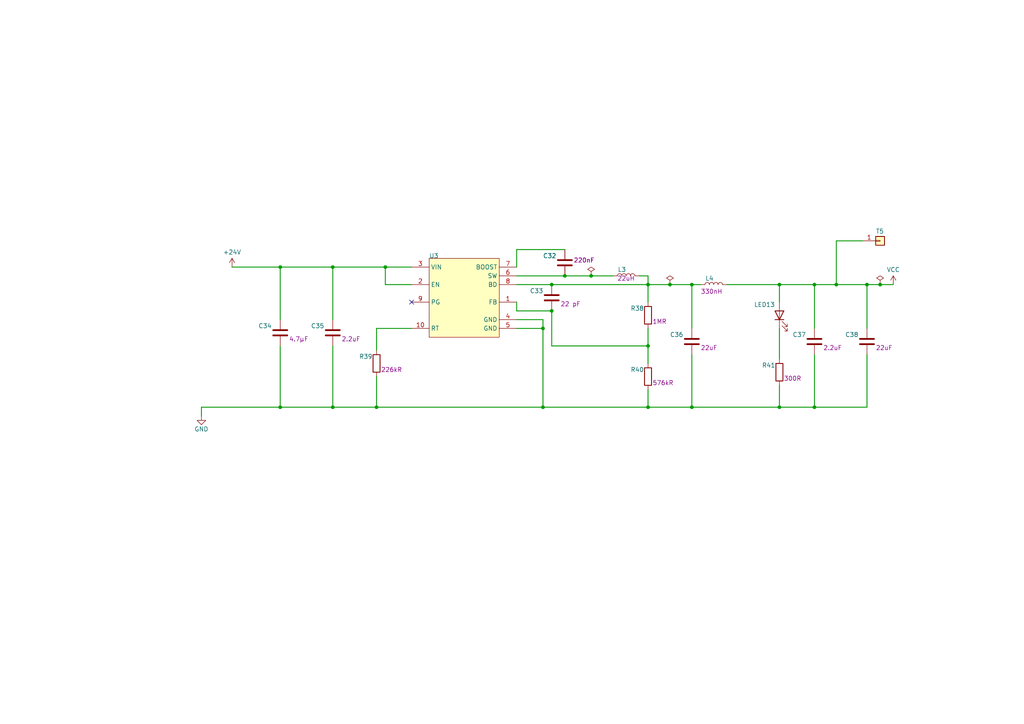
<source format=kicad_sch>
(kicad_sch (version 20231120) (generator "eeschema") (generator_version "8.0")
  (paper "A4")
  (title_block (title "Power 3V3") (rev "1"))
  (lib_symbols
    (symbol "Connector_Generic:Conn_01x01" (pin_names (offset 1.016) hide)
      (property "Reference" "J" (at 0 2.54 0))
      (property "Value" "Conn_01x01" (at 0 -2.54 0))
      (symbol "Conn_01x01_1_1"
        (rectangle (start -1.27 0.127) (end 0 -0.127) (stroke (width 0.1524)))
        (rectangle (start -1.27 1.27) (end 1.27 -1.27) (stroke (width 0.254)) (fill (type background)))
        (pin passive line (at -5.08 0 0) (length 3.81) (name "Pin_1") (number "1"))
      )
    )
    (symbol "Device:C" (pin_numbers hide) (pin_names (offset 0.254))
      (property "Reference" "C" (at 0.635 2.54 0))
      (property "Value" "C" (at 0.635 -2.54 0))
      (symbol "C_0_1"
        (polyline (pts (xy -2.032 -0.762) (xy 2.032 -0.762)) (stroke (width 0.508)))
        (polyline (pts (xy -2.032 0.762) (xy 2.032 0.762)) (stroke (width 0.508)))
      )
      (symbol "C_1_1"
        (pin passive line (at 0 3.81 270) (length 2.794) (name "~") (number "1"))
        (pin passive line (at 0 -3.81 90) (length 2.794) (name "~") (number "2"))
      )
    )
    (symbol "Device:L" (pin_numbers hide) (pin_names (offset 1.016) hide)
      (property "Reference" "L" (at -1.27 0 90))
      (property "Value" "L" (at 1.905 0 90))
      (symbol "L_0_1"
        (arc (start 0 -2.54) (mid 0.6323 -1.905) (end 0 -1.27))
        (arc (start 0 -1.27) (mid 0.6323 -0.635) (end 0 0))
        (arc (start 0 0) (mid 0.6323 0.635) (end 0 1.27))
        (arc (start 0 1.27) (mid 0.6323 1.905) (end 0 2.54))
      )
      (symbol "L_1_1"
        (pin passive line (at 0 3.81 270) (length 1.27) (name "1") (number "1"))
        (pin passive line (at 0 -3.81 90) (length 1.27) (name "2") (number "2"))
      )
    )
    (symbol "Device:LED" (pin_numbers hide) (pin_names (offset 1.016) hide)
      (property "Reference" "D" (at 0 2.54 0))
      (property "Value" "LED" (at 0 -2.54 0))
      (symbol "LED_0_1"
        (polyline (pts (xy -1.27 -1.27) (xy -1.27 1.27)) (stroke (width 0.254)))
        (polyline (pts (xy -1.27 0) (xy 1.27 0)))
        (polyline (pts (xy 1.27 -1.27) (xy 1.27 1.27) (xy -1.27 0) (xy 1.27 -1.27)) (stroke (width 0.254)))
        (polyline (pts (xy -3.048 -0.762) (xy -4.572 -2.286) (xy -3.81 -2.286) (xy -4.572 -2.286) (xy -4.572 -1.524)))
        (polyline (pts (xy -1.778 -0.762) (xy -3.302 -2.286) (xy -2.54 -2.286) (xy -3.302 -2.286) (xy -3.302 -1.524)))
      )
      (symbol "LED_1_1"
        (pin passive line (at -3.81 0 0) (length 2.54) (name "K") (number "1"))
        (pin passive line (at 3.81 0 180) (length 2.54) (name "A") (number "2"))
      )
    )
    (symbol "Device:R" (pin_numbers hide) (pin_names (offset 0))
      (property "Reference" "R" (at 2.032 0 90))
      (property "Value" "R" (at 0 0 90))
      (symbol "R_0_1"
        (rectangle (start -1.016 -2.54) (end 1.016 2.54) (stroke (width 0.254)))
      )
      (symbol "R_1_1"
        (pin passive line (at 0 3.81 270) (length 1.27) (name "~") (number "1"))
        (pin passive line (at 0 -3.81 90) (length 1.27) (name "~") (number "2"))
      )
    )
    (symbol "Untitled-altium-import:root_0_LT-LT3970_B-MS-10"
      (symbol "root_0_LT-LT3970_B-MS-10_1_0"
        (rectangle (start 20.32 0) (end 0 -22.86) (fill (type background)))
        (pin input line (at 25.4 -12.7 180) (length 5.08) (name "FB") (number "1"))
        (pin passive line (at -5.08 -20.32 0) (length 5.08) (name "RT") (number "10"))
        (pin input line (at -5.08 -7.62 0) (length 5.08) (name "EN") (number "2"))
        (pin power_in line (at -5.08 -2.54 0) (length 5.08) (name "VIN") (number "3"))
        (pin power_in line (at 25.4 -17.78 180) (length 5.08) (name "GND") (number "4"))
        (pin power_in line (at 25.4 -20.32 180) (length 5.08) (name "GND") (number "5"))
        (pin power_in line (at 25.4 -5.08 180) (length 5.08) (name "SW") (number "6"))
        (pin passive line (at 25.4 -2.54 180) (length 5.08) (name "BOOST") (number "7"))
        (pin power_in line (at 25.4 -7.62 180) (length 5.08) (name "BD") (number "8"))
        (pin open_collector line (at -5.08 -12.7 0) (length 5.08) (name "PG") (number "9"))
      )
    )
    (symbol "VCC_2" (power) (pin_numbers hide) (pin_names (offset 0) hide)
      (property "Value" "VCC" (at 0 3.556 0))
      (symbol "VCC_2_0_1"
        (polyline (pts (xy -0.762 1.27) (xy 0 2.54)))
        (polyline (pts (xy 0 0) (xy 0 2.54)))
        (polyline (pts (xy 0 2.54) (xy 0.762 1.27)))
      )
      (symbol "VCC_2_1_1"
        (pin power_in line (at 0 0 90) (length 0) (name "~") (number "1"))
      )
    )
    (symbol "power:+24V" (power) (pin_numbers hide) (pin_names (offset 0) hide)
      (property "Value" "+24V" (at 0 3.556 0))
      (symbol "+24V_0_1"
        (polyline (pts (xy -0.762 1.27) (xy 0 2.54)))
        (polyline (pts (xy 0 0) (xy 0 2.54)))
        (polyline (pts (xy 0 2.54) (xy 0.762 1.27)))
      )
      (symbol "+24V_1_1"
        (pin power_in line (at 0 0 90) (length 0) (name "~") (number "1"))
      )
    )
    (symbol "power:GND" (power) (pin_numbers hide) (pin_names (offset 0) hide)
      (property "Value" "GND" (at 0 -3.81 0))
      (symbol "GND_0_1"
        (polyline (pts (xy 0 0) (xy 0 -1.27) (xy 1.27 -1.27) (xy 0 -2.54) (xy -1.27 -1.27) (xy 0 -1.27)))
      )
      (symbol "GND_1_1"
        (pin power_in line (at 0 0 270) (length 0) (name "~") (number "1"))
      )
    )
    (symbol "power:PWR_FLAG" (power) (pin_numbers hide) (pin_names (offset 0) hide)
      (property "Value" "PWR_FLAG" (at 0 3.81 0))
      (symbol "PWR_FLAG_0_0"
        (pin power_out line (at 0 0 90) (length 0) (name "~") (number "1"))
      )
      (symbol "PWR_FLAG_0_1"
        (polyline (pts (xy 0 0) (xy 0 1.27) (xy -1.016 1.905) (xy 0 2.54) (xy 1.016 1.905) (xy 0 1.27)))
      )
    )
  )
  (junction (at 111.76 77.47))
  (junction (at 157.48 118.11))
  (junction (at 187.96 100.33))
  (junction (at 226.06 118.11))
  (junction (at 160.02 82.55))
  (junction (at 226.06 82.55))
  (junction (at 157.48 95.25))
  (junction (at 96.52 77.47))
  (junction (at 187.96 118.11))
  (junction (at 81.28 77.47))
  (junction (at 255.27 82.55))
  (junction (at 187.96 82.55))
  (junction (at 200.66 82.55))
  (junction (at 236.22 82.55))
  (junction (at 236.22 118.11))
  (junction (at 81.28 118.11))
  (junction (at 160.02 90.17))
  (junction (at 194.31 82.55))
  (junction (at 171.45 80.01))
  (junction (at 251.46 82.55))
  (junction (at 242.57 82.55))
  (junction (at 200.66 118.11))
  (junction (at 163.83 80.01))
  (junction (at 96.52 118.11))
  (junction (at 109.22 118.11))
  (no_connect (at 119.38 87.63))
  (wire (pts (xy 171.45 80.01) (xy 177.8 80.01)) (stroke (width 0.254)))
  (wire (pts (xy 96.52 77.47) (xy 111.76 77.47)) (stroke (width 0.254)))
  (wire (pts (xy 226.06 82.55) (xy 236.22 82.55)) (stroke (width 0.254)))
  (wire (pts (xy 251.46 118.11) (xy 236.22 118.11)) (stroke (width 0.254)))
  (wire (pts (xy 119.38 95.25) (xy 109.22 95.25)) (stroke (width 0.254)))
  (wire (pts (xy 226.06 95.25) (xy 226.06 104.14)) (stroke (width 0.254)))
  (wire (pts (xy 149.86 72.39) (xy 149.86 77.47)) (stroke (width 0.254)))
  (wire (pts (xy 251.46 102.87) (xy 251.46 118.11)) (stroke (width 0.254)))
  (wire (pts (xy 96.52 118.11) (xy 96.52 100.33)) (stroke (width 0.254)))
  (wire (pts (xy 157.48 118.11) (xy 157.48 95.25)) (stroke (width 0.254)))
  (wire (pts (xy 200.66 82.55) (xy 200.66 95.25)) (stroke (width 0.254)))
  (wire (pts (xy 109.22 95.25) (xy 109.22 101.6)) (stroke (width 0.254)))
  (wire (pts (xy 187.96 80.01) (xy 185.42 80.01)) (stroke (width 0.254)))
  (wire (pts (xy 236.22 102.87) (xy 236.22 118.11)) (stroke (width 0.254)))
  (wire (pts (xy 226.06 118.11) (xy 236.22 118.11)) (stroke (width 0.254)))
  (wire (pts (xy 194.31 82.55) (xy 200.66 82.55)) (stroke (width 0.254)))
  (wire (pts (xy 160.02 82.55) (xy 187.96 82.55)) (stroke (width 0.254)))
  (wire (pts (xy 200.66 82.55) (xy 203.2 82.55)) (stroke (width 0.254)))
  (wire (pts (xy 242.57 69.85) (xy 242.57 82.55)) (stroke (width 0.254)))
  (wire (pts (xy 157.48 95.25) (xy 149.86 95.25)) (stroke (width 0.254)))
  (wire (pts (xy 236.22 82.55) (xy 236.22 95.25)) (stroke (width 0.254)))
  (wire (pts (xy 210.82 82.55) (xy 226.06 82.55)) (stroke (width 0.254)))
  (wire (pts (xy 111.76 77.47) (xy 119.38 77.47)) (stroke (width 0.254)))
  (wire (pts (xy 119.38 82.55) (xy 111.76 82.55)) (stroke (width 0.254)))
  (wire (pts (xy 58.42 120.65) (xy 58.42 118.11)) (stroke (width 0.254)))
  (wire (pts (xy 149.86 72.39) (xy 163.83 72.39)) (stroke (width 0.254)))
  (wire (pts (xy 157.48 118.11) (xy 187.96 118.11)) (stroke (width 0.254)))
  (wire (pts (xy 226.06 111.76) (xy 226.06 118.11)) (stroke (width 0.254)))
  (wire (pts (xy 187.96 118.11) (xy 187.96 113.03)) (stroke (width 0.254)))
  (wire (pts (xy 250.19 69.85) (xy 242.57 69.85)) (stroke (width 0.254)))
  (wire (pts (xy 255.27 82.55) (xy 251.46 82.55)) (stroke (width 0.254)))
  (wire (pts (xy 200.66 102.87) (xy 200.66 118.11)) (stroke (width 0.254)))
  (wire (pts (xy 187.96 82.55) (xy 187.96 87.63)) (stroke (width 0.254)))
  (wire (pts (xy 259.08 82.55) (xy 255.27 82.55)) (stroke (width 0.254)))
  (wire (pts (xy 149.86 90.17) (xy 160.02 90.17)) (stroke (width 0.254)))
  (wire (pts (xy 96.52 92.71) (xy 96.52 77.47)) (stroke (width 0.254)))
  (wire (pts (xy 187.96 82.55) (xy 187.96 80.01)) (stroke (width 0.254)))
  (wire (pts (xy 242.57 82.55) (xy 251.46 82.55)) (stroke (width 0.254)))
  (wire (pts (xy 96.52 118.11) (xy 109.22 118.11)) (stroke (width 0.254)))
  (wire (pts (xy 81.28 100.33) (xy 81.28 118.11)) (stroke (width 0.254)))
  (wire (pts (xy 187.96 95.25) (xy 187.96 100.33)) (stroke (width 0.254)))
  (wire (pts (xy 200.66 118.11) (xy 187.96 118.11)) (stroke (width 0.254)))
  (wire (pts (xy 81.28 77.47) (xy 67.31 77.47)) (stroke (width 0.254)))
  (wire (pts (xy 149.86 80.01) (xy 163.83 80.01)) (stroke (width 0.254)))
  (wire (pts (xy 200.66 118.11) (xy 226.06 118.11)) (stroke (width 0.254)))
  (wire (pts (xy 236.22 82.55) (xy 242.57 82.55)) (stroke (width 0.254)))
  (wire (pts (xy 187.96 82.55) (xy 194.31 82.55)) (stroke (width 0.254)))
  (wire (pts (xy 160.02 90.17) (xy 160.02 100.33)) (stroke (width 0.254)))
  (wire (pts (xy 251.46 82.55) (xy 251.46 95.25)) (stroke (width 0.254)))
  (wire (pts (xy 58.42 118.11) (xy 81.28 118.11)) (stroke (width 0.254)))
  (wire (pts (xy 187.96 100.33) (xy 187.96 105.41)) (stroke (width 0.254)))
  (wire (pts (xy 81.28 92.71) (xy 81.28 77.47)) (stroke (width 0.254)))
  (wire (pts (xy 109.22 118.11) (xy 157.48 118.11)) (stroke (width 0.254)))
  (wire (pts (xy 109.22 118.11) (xy 109.22 109.22)) (stroke (width 0.254)))
  (wire (pts (xy 149.86 92.71) (xy 157.48 92.71)) (stroke (width 0.254)))
  (wire (pts (xy 226.06 87.63) (xy 226.06 82.55)) (stroke (width 0.254)))
  (wire (pts (xy 163.83 80.01) (xy 171.45 80.01)) (stroke (width 0.254)))
  (wire (pts (xy 160.02 100.33) (xy 187.96 100.33)) (stroke (width 0.254)))
  (wire (pts (xy 149.86 82.55) (xy 160.02 82.55)) (stroke (width 0.254)))
  (wire (pts (xy 81.28 77.47) (xy 96.52 77.47)) (stroke (width 0.254)))
  (wire (pts (xy 149.86 90.17) (xy 149.86 87.63)) (stroke (width 0.254)))
  (wire (pts (xy 157.48 92.71) (xy 157.48 95.25)) (stroke (width 0.254)))
  (wire (pts (xy 81.28 118.11) (xy 96.52 118.11)) (stroke (width 0.254)))
  (wire (pts (xy 111.76 82.55) (xy 111.76 77.47)) (stroke (width 0.254)))
  (symbol (lib_id "Device:L") (at 207.01 82.55 90) (unit 1)
    (property "Reference" "L4" (at 207.01 80.01 90) (effects (justify left bottom)))
    (property "Value" "330nH" (effects (hide yes)))
    (property "Footprint" "Inductor_SMD:L_0805_2012Metric_Pad1.15x1.40mm_HandSolder" (effects (hide yes)))
    (property "Description" "BDCC00201208R33MWA" (effects (hide yes)))
    (property "SHIELDING" "Shielded" (effects (hide yes)))
    (property "TEST FREQUENCY" "2MHz" (effects (hide yes)))
    (property "MIN OPERATING TEMPERATURE" "-40°C" (effects (hide yes)))
    (property "TOLERANCE" "20%" (effects (hide yes)))
    (property "DC RESISTANCE (DCR)" "24mR" (effects (hide yes)))
    (property "MAX OPERATING TEMPERATURE" "125°C" (effects (hide yes)))
    (property "TERMINATION" "One Surface" (effects (hide yes)))
    (property "CORE MATERIAL" "Ferrite" (effects (hide yes)))
    (property "CHANNELS" "1" (effects (hide yes)))
    (property "INDUCTANCE-NOM (L)" "0.33uH" (effects (hide yes)))
    (property "INDUCTOR APPLICATION" "RF INDUCTOR" (effects (hide yes)))
    (property "INDUCTOR TYPE" "GENERAL PURPOSE INDUCTOR" (effects (hide yes)))
    (property "MAX CURRENT RATING" "4A" (effects (hide yes)))
    (property "PINS" "2" (effects (hide yes)))
    (property "REACH SVHC COMPLIANT" "Yes" (effects (hide yes)))
    (property "ROHS COMPLIANT" "Yes" (effects (hide yes)))
    (property "SHAPE/SIZE DESCRIPTION" "RECTANGULAR PACKAGE" (effects (hide yes)))
    (property "SURFACE MOUNT" "Yes" (effects (hide yes)))
    (property "TERMINAL PLACEMENT" "Dual Ended" (effects (hide yes)))
    (property "ALTIUM_VALUE" "330nH" (at 209.55 83.82 90) (effects (justify left bottom)))
  )
  (symbol (lib_id "power:GND") (at 58.42 120.65 0) (unit 1)
    (property "Reference" "#PWR0326" (effects (hide yes)))
    (property "Value" "GND" (at 58.42 124.46 0))
    (property "Description" "Power symbol creates a global label with name \"GND\" , ground" (effects (hide yes)))
  )
  (symbol (lib_id "power:PWR_FLAG") (at 171.45 80.01 0) (unit 1)
    (property "Reference" "#FLG011" (effects (hide yes)))
    (property "Value" "PWR_FLAG" (effects (hide yes)))
    (property "Description" "Special symbol for telling ERC where power comes from" (effects (hide yes)))
  )
  (symbol (lib_id "Device:C") (at 96.52 96.52 0) (unit 1)
    (property "Reference" "C35" (at 90.17 95.25 0) (effects (justify left bottom)))
    (property "Value" "2.2uF" (effects (hide yes)))
    (property "Footprint" "Capacitor_SMD:C_0805_2012Metric_Pad1.18x1.45mm_HandSolder" (effects (hide yes)))
    (property "Description" "GCJ21BR71E225KA01L" (effects (hide yes)))
    (property "ALTIUM_VALUE" "2.2uF" (at 99.06 99.06 0) (effects (justify left bottom)))
  )
  (symbol (lib_name "VCC_2") (lib_id "power:VCC") (at 259.08 82.55 0) (unit 1)
    (property "Reference" "#PWR049" (effects (hide yes)))
    (property "Value" "VCC" (at 259.08 78.232 0))
    (property "Description" "Power symbol creates a global label with name \"VCC\"" (effects (hide yes)))
  )
  (symbol (lib_id "power:PWR_FLAG") (at 255.27 82.55 0) (unit 1)
    (property "Reference" "#FLG01" (effects (hide yes)))
    (property "Value" "PWR_FLAG" (effects (hide yes)))
    (property "Description" "Special symbol for telling ERC where power comes from" (effects (hide yes)))
  )
  (symbol (lib_id "Device:R") (at 187.96 91.44 0) (unit 1)
    (property "Reference" "R38" (at 182.88 90.17 0) (effects (justify left bottom)))
    (property "Value" "1MR" (effects (hide yes)))
    (property "Footprint" "Resistor_SMD:R_0805_2012Metric_Pad1.20x1.40mm_HandSolder" (effects (hide yes)))
    (property "Description" "TNPW08051M00BEEN" (effects (hide yes)))
    (property "TEMPERATURE COEFFICIENT" "25ppm/°C" (effects (hide yes)))
    (property "MAX OPERATING TEMPERATURE" "125°C" (effects (hide yes)))
    (property "PACKAGING" "Tape and Reel" (effects (hide yes)))
    (property "TERMINATION" "Wraparound" (effects (hide yes)))
    (property "TOLERANCE" "0.1%" (effects (hide yes)))
    (property "CASE/PACKAGE" "0805" (effects (hide yes)))
    (property "MIN OPERATING TEMPERATURE" "-55°C" (effects (hide yes)))
    (property "JESD-609 CODE" "e3" (effects (hide yes)))
    (property "MANUFACTURER SERIES" "TNPW" (effects (hide yes)))
    (property "MOUNTING TECHNOLOGY" "Surface Mount" (effects (hide yes)))
    (property "PACKAGE SHAPE" "Rectangular" (effects (hide yes)))
    (property "PINS" "2" (effects (hide yes)))
    (property "POWER" "125mW" (effects (hide yes)))
    (property "RATED TEMPERATURE" "70°C" (effects (hide yes)))
    (property "REACH SVHC COMPLIANT" "Yes" (effects (hide yes)))
    (property "RESISTOR TYPE" "FIXED RESISTOR" (effects (hide yes)))
    (property "ROHS COMPLIANT" "Yes" (effects (hide yes)))
    (property "TECHNOLOGY" "THIN FILM" (effects (hide yes)))
    (property "TERMINAL FINISH" "Tin" (effects (hide yes)))
    (property "ALTIUM_VALUE" "1MR" (at 189.23 93.98 0) (effects (justify left bottom)))
    (property "WORKING VOLTAGE" "150V" (effects (hide yes)))
  )
  (symbol (lib_id "Device:C") (at 251.46 99.06 0) (unit 1)
    (property "Reference" "C38" (at 245.11 97.79 0) (effects (justify left bottom)))
    (property "Value" "22 uF" (effects (hide yes)))
    (property "Footprint" "Capacitor_SMD:C_0805_2012Metric_Pad1.18x1.45mm_HandSolder" (effects (hide yes)))
    (property "Description" "GRM21BR61E226ME44L" (effects (hide yes)))
    (property "CASE/PACKAGE" "0805" (effects (hide yes)))
    (property "DEPTH" "1.25mm" (effects (hide yes)))
    (property "RESISTOR TYPE" "Ceramic" (effects (hide yes)))
    (property "VOLTAGE RATING" "25V" (effects (hide yes)))
    (property "LEAD FREE" "Lead Free" (effects (hide yes)))
    (property "VOLTAGE RATING (DC)" "25V" (effects (hide yes)))
    (property "CASE CODE (METRIC)" "2012" (effects (hide yes)))
    (property "THICKNESS" "0.057inch" (effects (hide yes)))
    (property "REACH SVHC" "No SVHC" (effects (hide yes)))
    (property "MATERIAL" "Ceramic" (effects (hide yes)))
    (property "TOLERANCE" "20%" (effects (hide yes)))
    (property "LENGTH" "2mm" (effects (hide yes)))
    (property "CAPACITANCE" "22uF" (at 254 101.6 0) (effects (justify left bottom)))
    (property "CASE CODE (IMPERIAL)" "0805" (effects (hide yes)))
    (property "MAX OPERATING TEMPERATURE" "85°C" (effects (hide yes)))
    (property "TERMINATION" "SMD/SMT" (effects (hide yes)))
    (property "WEIGHT" "0.000335oz" (effects (hide yes)))
    (property "DIELECTRIC" "X5R" (effects (hide yes)))
    (property "PACKAGING" "Tape and Reel" (effects (hide yes)))
    (property "VOLTAGE" "25V" (effects (hide yes)))
    (property "PACKAGE QUANTITY" "3000" (effects (hide yes)))
    (property "HEIGHT" "1.25mm" (effects (hide yes)))
    (property "MOUNT" "Surface Mount" (effects (hide yes)))
    (property "WIDTH" "1.25mm" (effects (hide yes)))
    (property "MIN OPERATING TEMPERATURE" "-55°C" (effects (hide yes)))
    (property "ALTIUM_VALUE" "22 uF" (effects (hide yes)))
  )
  (symbol (lib_id "Device:R") (at 109.22 105.41 0) (unit 1)
    (property "Reference" "R39" (at 104.14 104.14 0) (effects (justify left bottom)))
    (property "Value" "226kR" (effects (hide yes)))
    (property "Footprint" "Resistor_SMD:R_0805_2012Metric_Pad1.20x1.40mm_HandSolder" (effects (hide yes)))
    (property "Description" "RT0805BRD07226KL" (effects (hide yes)))
    (property "PACKAGING" "Tape and Reel" (effects (hide yes)))
    (property "TEMPERATURE COEFFICIENT" "25ppm/°C" (effects (hide yes)))
    (property "CASE/PACKAGE" "0805" (effects (hide yes)))
    (property "MIN OPERATING TEMPERATURE" "-55°C" (effects (hide yes)))
    (property "TERMINATION" "Wraparound" (effects (hide yes)))
    (property "TOLERANCE" "0.1%" (effects (hide yes)))
    (property "MAX OPERATING TEMPERATURE" "155°C" (effects (hide yes)))
    (property "ADDITIONAL FEATURE" "HIGH PRECISION" (effects (hide yes)))
    (property "CONSTRUCTION" "Chip" (effects (hide yes)))
    (property "MOUNTING TECHNOLOGY" "Surface Mount" (effects (hide yes)))
    (property "PACKAGE HEIGHT" "0.5mm" (effects (hide yes)))
    (property "PACKAGE LENGTH" "2mm" (effects (hide yes)))
    (property "PACKAGE STYLE" "SMTMeter" (effects (hide yes)))
    (property "PACKAGE WIDTH" "1.25mm" (effects (hide yes)))
    (property "PINS" "2" (effects (hide yes)))
    (property "POWER" "125mW" (effects (hide yes)))
    (property "RATED TEMPERATURE" "70°C" (effects (hide yes)))
    (property "REACH SVHC COMPLIANT" "Yes" (effects (hide yes)))
    (property "RESISTOR TYPE" "FIXED RESISTOR" (effects (hide yes)))
    (property "ROHS COMPLIANT" "Yes" (effects (hide yes)))
    (property "TECHNOLOGY" "THIN FILM" (effects (hide yes)))
    (property "ALTIUM_VALUE" "226kR" (at 110.49 107.95 0) (effects (justify left bottom)))
    (property "WORKING VOLTAGE" "150V" (effects (hide yes)))
  )
  (symbol (lib_id "Device:R") (at 226.06 107.95 0) (unit 1)
    (property "Reference" "R41" (at 220.98 106.68 0) (effects (justify left bottom)))
    (property "Value" "300R" (effects (hide yes)))
    (property "Footprint" "Resistor_SMD:R_0805_2012Metric_Pad1.20x1.40mm_HandSolder" (effects (hide yes)))
    (property "Description" "ESR10EZPJ301" (effects (hide yes)))
    (property "TEMPERATURE COEFFICIENT" "200ppm/°C" (effects (hide yes)))
    (property "MAX POWER DISSIPATION" "400mW" (effects (hide yes)))
    (property "MAX OPERATING TEMPERATURE" "155°C" (effects (hide yes)))
    (property "CASE CODE (METRIC)" "2012" (effects (hide yes)))
    (property "HEIGHT - SEATED (MAX)" "0.026inch" (effects (hide yes)))
    (property "CASE CODE (IMPERIAL)" "0805" (effects (hide yes)))
    (property "POWER RATING" "400mW" (effects (hide yes)))
    (property "TOLERANCE" "5%" (effects (hide yes)))
    (property "SIZE CODE" "0805" (effects (hide yes)))
    (property "SERIES" "ESR" (effects (hide yes)))
    (property "ROHS COMPLIANT" "Yes" (effects (hide yes)))
    (property "FEATURES" "Automotive AEC-Q200" (effects (hide yes)))
    (property "MIN OPERATING TEMPERATURE" "-55°C" (effects (hide yes)))
    (property "CASE/PACKAGE" "0805" (effects (hide yes)))
    (property "LENGTH" "0.079inch" (effects (hide yes)))
    (property "NUMBER OF TERMINATIONS" "2" (effects (hide yes)))
    (property "RESISTOR TYPE" "Thick Film" (effects (hide yes)))
    (property "WIDTH" "0.049inch" (effects (hide yes)))
    (property "LEAD FREE" "Lead Free" (effects (hide yes)))
    (property "RESISTANCE" "300R" (at 227.33 110.49 0) (effects (justify left bottom)))
    (property "PACKAGE QUANTITY" "1" (effects (hide yes)))
    (property "PACKAGING" "Tape and Reel" (effects (hide yes)))
    (property "HEIGHT" "0.026inch" (effects (hide yes)))
    (property "ALTIUM_VALUE" "300R" (effects (hide yes)))
  )
  (symbol (lib_id "Device:C") (at 160.02 86.36 0) (unit 1)
    (property "Reference" "C33" (at 153.67 85.09 0) (effects (justify left bottom)))
    (property "Value" "22 pF" (effects (hide yes)))
    (property "Footprint" "Capacitor_SMD:C_0805_2012Metric_Pad1.18x1.45mm_HandSolder" (effects (hide yes)))
    (property "Description" "C0805C220K3GACTU" (effects (hide yes)))
    (property "TEMPERATURE RANGE HIGH" "+125°C" (effects (hide yes)))
    (property "ALTIUM_VALUE" "22 pF" (effects (hide yes)))
    (property "TEMPERATURE RANGE LOW" "-55°C" (effects (hide yes)))
    (property "CATEGORY" "Cap" (effects (hide yes)))
    (property "MANUFACTURER PART NUMBER" "C0805C220K3GACTU" (effects (hide yes)))
    (property "TEMPERATURE COEFFICIENT" "30ppm/°C" (effects (hide yes)))
    (property "AUTOMOTIVE" "No" (effects (hide yes)))
    (property "LEAD FREE" "Yes" (effects (hide yes)))
    (property "VOLTAGE RATING" "25 V" (effects (hide yes)))
    (property "TEMPERATURE CHARACTERISTIC" "C0G" (effects (hide yes)))
    (property "COMPONENTLINK2URL" "https://content.kemet.com/datasheets/KEM_C1003_C0G_SMD.pdf" (effects (hide yes)))
    (property "PACKAGE" "C0805C-DN" (effects (hide yes)))
    (property "COMPONENTLINK2DESCRIPTION" "Datasheet" (effects (hide yes)))
    (property "MATERIAL" "Ceramic" (effects (hide yes)))
    (property "DEVICE CLASS L2" "Capacitors" (effects (hide yes)))
    (property "ROHS" "TRUE" (effects (hide yes)))
    (property "TOLERANCE" "0.1" (effects (hide yes)))
    (property "HEIGHT" "0.88mm" (effects (hide yes)))
    (property "DEVICE CLASS L3" "Ceramic Capacitors" (effects (hide yes)))
    (property "OCTOPART" "https://octopart.com/c0805c220k3gactu-kemet-12580612" (effects (hide yes)))
    (property "DIGIKEY DESCRIPTION" "CAP CER 22PF 25V 10% NP0 0805" (effects (hide yes)))
    (property "CAPACITANCE" "22 pF" (at 162.56 88.9 0) (effects (justify left bottom)))
    (property "TEMPERATURE" "-55°C to +125°C" (effects (hide yes)))
    (property "DEVICE CLASS L1" "Passive Components" (effects (hide yes)))
    (property "MANUFACTURER" "KEMET" (effects (hide yes)))
    (property "IPC LAND PATTERN NAME" "CAPC200125X78" (effects (hide yes)))
    (property "MOUSER DESCRIPTION" "Multilayer Ceramic Capacitors MLCC - SMD/SMT 25volts 22pF C0G 10%" (effects (hide yes)))
  )
  (symbol (lib_id "Untitled-altium-import:root_0_LT-LT3970_B-MS-10") (at 124.46 74.93 0) (unit 1)
    (property "Reference" "U3" (at 124.46 74.93 0) (effects (justify left bottom)))
    (property "Value" "LT3970EMS#TRPBF" (effects (hide yes)))
    (property "Footprint" "Vault:LT-MS-10_N" (effects (hide yes)))
    (property "PACKAGEREFERENCE" "MS-10" (effects (hide yes)))
    (property "FREQUENCY ADJUST RANGE" "200kHz - 2.2MHz" (effects (hide yes)))
    (property "PACKAGEDESCRIPTION" "10-Pin Plastic MSOP, Body 3 x 3 mm, Pitch 0.5 mm" (effects (hide yes)))
    (property "COMPONENTLINK1URL" "http://www.linear.com/" (effects (hide yes)))
    (property "PACKING" "Tape and Reel" (effects (hide yes)))
    (property "DATASHEETVERSION" "Rev. B" (effects (hide yes)))
    (property "COMPONENTLINK3URL" "http://cds.linear.com/docs/en/packaging/05081661_F_MS.pdf" (effects (hide yes)))
    (property "ROHS" "TRUE" (effects (hide yes)))
    (property "MOUNTING TECHNOLOGY" "Surface Mount" (effects (hide yes)))
    (property "COMPONENTLINK2DESCRIPTION" "Datasheet" (effects (hide yes)))
    (property "NUMBER OF OUTPUTS" "1" (effects (hide yes)))
    (property "COMPONENTLINK3DESCRIPTION" "Package Specification" (effects (hide yes)))
    (property "MANUFACTURER" "Linear Technology" (effects (hide yes)))
    (property "COMPONENTLINK1DESCRIPTION" "Manufacturer URL" (effects (hide yes)))
    (property "COMPONENTLINK2URL" "http://cds.linear.com/docs/en/datasheet/3970fb.pdf" (effects (hide yes)))
    (property "PACKAGEVERSION" "Rev. E, 06/2010" (effects (hide yes)))
    (property "PARTNUMBER" "LT3970EMS#TRPBF" (effects (hide yes)))
  )
  (symbol (lib_id "Device:L") (at 181.61 80.01 90) (unit 1)
    (property "Reference" "L3" (at 181.61 77.47 90) (effects (justify left bottom)))
    (property "Value" "22uH" (effects (hide yes)))
    (property "Footprint" "Inductor_SMD:L_0805_2012Metric_Pad1.15x1.40mm_HandSolder" (effects (hide yes)))
    (property "Description" "MLZ2012N220LT000" (effects (hide yes)))
    (property "TEST FREQUENCY" "2MHz" (effects (hide yes)))
    (property "DC RESISTANCE (DCR)" "0.67R" (effects (hide yes)))
    (property "SELF RESONANT FREQUENCY" "20MHz" (effects (hide yes)))
    (property "TOLERANCE" "20%" (effects (hide yes)))
    (property "MIN OPERATING TEMPERATURE" "-55°C" (effects (hide yes)))
    (property "MAX OPERATING TEMPERATURE" "125°C" (effects (hide yes)))
    (property "CHANNELS" "1" (effects (hide yes)))
    (property "CORE MATERIAL" "Ferrite" (effects (hide yes)))
    (property "INDUCTANCE-NOM (L)" "22uH" (effects (hide yes)))
    (property "INDUCTOR APPLICATION" "RF INDUCTOR" (effects (hide yes)))
    (property "INDUCTOR TYPE" "GENERAL PURPOSE INDUCTOR" (effects (hide yes)))
    (property "MAX CURRENT RATING" "300mA" (effects (hide yes)))
    (property "PINS" "2" (effects (hide yes)))
    (property "REACH SVHC COMPLIANT" "Yes" (effects (hide yes)))
    (property "ROHS COMPLIANT" "Yes" (effects (hide yes)))
    (property "SHAPE/SIZE DESCRIPTION" "RECTANGULAR PACKAGE" (effects (hide yes)))
    (property "SHIELDING" "Shielded" (effects (hide yes)))
    (property "SURFACE MOUNT" "Yes" (effects (hide yes)))
    (property "TERMINAL PLACEMENT" "Dual Ended" (effects (hide yes)))
    (property "TERMINATION" "One Surface" (effects (hide yes)))
    (property "ALTIUM_VALUE" "22uH" (at 184.15 80.01 90) (effects (justify left bottom)))
  )
  (symbol (lib_id "power:+24V") (at 67.31 77.47 0) (unit 1)
    (property "Reference" "#PWR047" (effects (hide yes)))
    (property "Value" "+24V" (at 67.31 73.152 0))
    (property "Description" "Power symbol creates a global label with name \"+24V\"" (effects (hide yes)))
  )
  (symbol (lib_id "power:PWR_FLAG") (at 194.31 82.55 0) (unit 1)
    (property "Reference" "#FLG09" (effects (hide yes)))
    (property "Value" "PWR_FLAG" (effects (hide yes)))
    (property "Description" "Special symbol for telling ERC where power comes from" (effects (hide yes)))
  )
  (symbol (lib_id "Device:R") (at 187.96 109.22 0) (unit 1)
    (property "Reference" "R40" (at 182.88 107.95 0) (effects (justify left bottom)))
    (property "Value" "576kR" (effects (hide yes)))
    (property "Footprint" "Resistor_SMD:R_0805_2012Metric_Pad1.20x1.40mm_HandSolder" (effects (hide yes)))
    (property "Description" "ERJ-6ENF5763V" (effects (hide yes)))
    (property "MANUFACTURER" "Panasonic" (effects (hide yes)))
    (property "PART NUMBER" "ERJ-6ENF5763V" (effects (hide yes)))
    (property "ALTIUM_VALUE" "576kR" (at 189.23 111.76 0) (effects (justify left bottom)))
  )
  (symbol (lib_id "Device:C") (at 163.83 76.2 0) (unit 1)
    (property "Reference" "C32" (at 157.48 74.93 0) (effects (justify left bottom)))
    (property "Value" "220nF" (effects (hide yes)))
    (property "Footprint" "Capacitor_SMD:C_0805_2012Metric_Pad1.18x1.45mm_HandSolder" (effects (hide yes)))
    (property "Description" "AC0805KRX7R8BB224" (effects (hide yes)))
    (property "CAPACITOR TYPE" "Ceramic" (effects (hide yes)))
    (property "DIELECTRIC MATERIAL" "Ceramic" (effects (hide yes)))
    (property "JESD-609 CODE" "e3" (effects (hide yes)))
    (property "PINS" "2" (effects (hide yes)))
    (property "REACH SVHC COMPLIANT" "Yes" (effects (hide yes)))
    (property "ROHS COMPLIANT" "Yes" (effects (hide yes)))
    (property "TERMINAL FINISH" "Nickel" (effects (hide yes)))
    (property "ALTIUM_VALUE" "220nF" (at 166.37 76.2 0) (effects (justify left bottom)))
  )
  (symbol (lib_id "Connector_Generic:Conn_01x01") (at 255.27 69.85 0) (unit 1) (in_bom no)
    (property "Reference" "T5" (at 254 67.818 0) (effects (justify left bottom)))
    (property "Value" "Conn_01x01" (effects (hide yes)))
    (property "Footprint" "TestPoint:TestPoint_THTPad_D1.5mm_Drill0.7mm" (effects (hide yes)))
    (property "Description" "Generic connector, single row, 01x01, script generated (kicad-library-utils/schlib/autogen/connector/)" (effects (hide yes)))
  )
  (symbol (lib_id "Device:C") (at 81.28 96.52 0) (unit 1)
    (property "Reference" "C34" (at 74.93 95.25 0) (effects (justify left bottom)))
    (property "Value" "4.7µF" (effects (hide yes)))
    (property "Footprint" "Capacitor_SMD:C_0805_2012Metric_Pad1.18x1.45mm_HandSolder" (effects (hide yes)))
    (property "Description" "GRM21BZ71H475KE15L" (effects (hide yes)))
    (property "ALTIUM_VALUE" "4.7µF" (at 83.82 99.06 0) (effects (justify left bottom)))
    (property "CAPACITOR TYPE" "Ceramic" (effects (hide yes)))
    (property "CASE/PACKAGE" "0805" (effects (hide yes)))
    (property "DIELECTRIC MATERIAL" "Ceramic" (effects (hide yes)))
    (property "JESD-609 CODE" "e3" (effects (hide yes)))
    (property "MAX OPERATING TEMPERATURE" "125°C" (effects (hide yes)))
    (property "MIN OPERATING TEMPERATURE" "-55°C" (effects (hide yes)))
    (property "MOUNTING TECHNOLOGY" "Surface Mount" (effects (hide yes)))
    (property "MULTILAYER" "Yes" (effects (hide yes)))
    (property "PACKAGE SHAPE" "Rectangular" (effects (hide yes)))
    (property "PACKAGING" "Tape and Reel" (effects (hide yes)))
    (property "PINS" "2" (effects (hide yes)))
    (property "RATED DC VOLTAGE (URDC)" "50V" (effects (hide yes)))
    (property "REACH SVHC COMPLIANT" "Yes" (effects (hide yes)))
    (property "ROHS COMPLIANT" "Yes" (effects (hide yes)))
    (property "TEMPERATURE CHARACTERISTICS CODE" "X7R" (effects (hide yes)))
    (property "TERMINAL FINISH" "Nickel" (effects (hide yes)))
    (property "TERMINATION" "Wraparound" (effects (hide yes)))
    (property "TOLERANCE  (FILL IN AS +-)" "10%" (effects (hide yes)))
    (property "TOLERANCE (FILL IN AS +-)" "10%" (effects (hide yes)))
  )
  (symbol (lib_id "Device:C") (at 200.66 99.06 0) (unit 1)
    (property "Reference" "C36" (at 194.31 97.79 0) (effects (justify left bottom)))
    (property "Value" "22 uF" (effects (hide yes)))
    (property "Footprint" "Capacitor_SMD:C_0805_2012Metric_Pad1.18x1.45mm_HandSolder" (effects (hide yes)))
    (property "Description" "GRM21BR61E226ME44L" (effects (hide yes)))
    (property "CASE/PACKAGE" "0805" (effects (hide yes)))
    (property "DEPTH" "1.25mm" (effects (hide yes)))
    (property "RESISTOR TYPE" "Ceramic" (effects (hide yes)))
    (property "VOLTAGE RATING" "25V" (effects (hide yes)))
    (property "LEAD FREE" "Lead Free" (effects (hide yes)))
    (property "VOLTAGE RATING (DC)" "25V" (effects (hide yes)))
    (property "CASE CODE (METRIC)" "2012" (effects (hide yes)))
    (property "THICKNESS" "0.057inch" (effects (hide yes)))
    (property "REACH SVHC" "No SVHC" (effects (hide yes)))
    (property "MATERIAL" "Ceramic" (effects (hide yes)))
    (property "TOLERANCE" "20%" (effects (hide yes)))
    (property "LENGTH" "2mm" (effects (hide yes)))
    (property "CAPACITANCE" "22uF" (at 203.2 101.6 0) (effects (justify left bottom)))
    (property "CASE CODE (IMPERIAL)" "0805" (effects (hide yes)))
    (property "MAX OPERATING TEMPERATURE" "85°C" (effects (hide yes)))
    (property "TERMINATION" "SMD/SMT" (effects (hide yes)))
    (property "WEIGHT" "0.000335oz" (effects (hide yes)))
    (property "DIELECTRIC" "X5R" (effects (hide yes)))
    (property "PACKAGING" "Tape and Reel" (effects (hide yes)))
    (property "VOLTAGE" "25V" (effects (hide yes)))
    (property "PACKAGE QUANTITY" "3000" (effects (hide yes)))
    (property "HEIGHT" "1.25mm" (effects (hide yes)))
    (property "MOUNT" "Surface Mount" (effects (hide yes)))
    (property "WIDTH" "1.25mm" (effects (hide yes)))
    (property "MIN OPERATING TEMPERATURE" "-55°C" (effects (hide yes)))
    (property "ALTIUM_VALUE" "22 uF" (effects (hide yes)))
  )
  (symbol (lib_id "Device:C") (at 236.22 99.06 0) (unit 1)
    (property "Reference" "C37" (at 229.87 97.79 0) (effects (justify left bottom)))
    (property "Value" "2.2uF" (effects (hide yes)))
    (property "Footprint" "Capacitor_SMD:C_0805_2012Metric_Pad1.18x1.45mm_HandSolder" (effects (hide yes)))
    (property "Description" "GCJ21BR71E225KA01L" (effects (hide yes)))
    (property "ALTIUM_VALUE" "2.2uF" (at 238.76 101.6 0) (effects (justify left bottom)))
  )
  (symbol (lib_id "Device:LED") (at 226.06 91.44 90) (unit 1)
    (property "Reference" "LED13" (at 224.79 87.63 90) (effects (justify left bottom)))
    (property "Value" "SML-210YTT86M" (effects (hide yes)))
    (property "Footprint" "LED_SMD:LED_0805_2012Metric_Pad1.15x1.40mm_HandSolder" (effects (hide yes)))
    (property "Description" "Yellow LED" (effects (hide yes)))
    (property "DATASHEET LINK" "https://componentsearchengine.com/Datasheets/2/SML-210YTT86M.pdf" (effects (hide yes)))
    (property "HEIGHT" "0.9mm" (effects (hide yes)))
    (property "MANUFACTURER_NAME" "ROHM Semiconductor" (effects (hide yes)))
    (property "MANUFACTURER_PART_NUMBER" "SML-210YTT86M" (effects (hide yes)))
    (property "COLOUR" "Yellow" (effects (hide yes)))
  )
)
</source>
